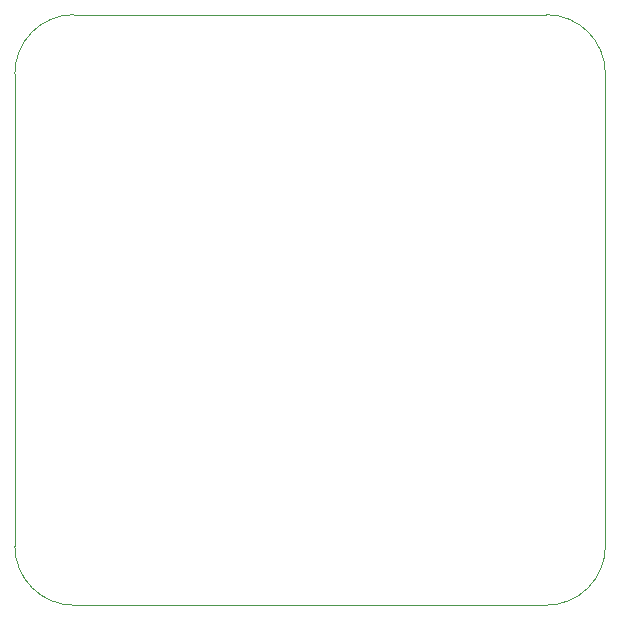
<source format=gm1>
G04 #@! TF.GenerationSoftware,KiCad,Pcbnew,(5.1.5)-3*
G04 #@! TF.CreationDate,2020-05-14T20:53:58+10:00*
G04 #@! TF.ProjectId,V9203_Devkit,56393230-335f-4446-9576-6b69742e6b69,rev?*
G04 #@! TF.SameCoordinates,Original*
G04 #@! TF.FileFunction,Profile,NP*
%FSLAX46Y46*%
G04 Gerber Fmt 4.6, Leading zero omitted, Abs format (unit mm)*
G04 Created by KiCad (PCBNEW (5.1.5)-3) date 2020-05-14 20:53:58*
%MOMM*%
%LPD*%
G04 APERTURE LIST*
%ADD10C,0.010000*%
G04 APERTURE END LIST*
D10*
X115000000Y-90000000D02*
G75*
G02X110000000Y-85000000I0J5000000D01*
G01*
X155000000Y-40000000D02*
G75*
G02X160000000Y-45000000I0J-5000000D01*
G01*
X110000000Y-45000000D02*
G75*
G02X115000000Y-40000000I5000000J0D01*
G01*
X160000000Y-85000000D02*
G75*
G02X155000000Y-90000000I-5000000J0D01*
G01*
X110000000Y-85000000D02*
X110000000Y-45000000D01*
X155000000Y-90000000D02*
X115000000Y-90000000D01*
X160000000Y-45000000D02*
X160000000Y-85000000D01*
X115000000Y-40000000D02*
X155000000Y-40000000D01*
M02*

</source>
